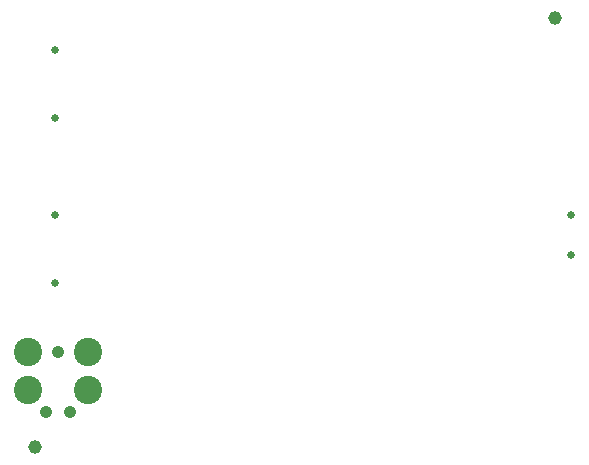
<source format=gbr>
%TF.GenerationSoftware,Altium Limited,Altium Designer,24.2.2 (26)*%
G04 Layer_Color=0*
%FSLAX45Y45*%
%MOMM*%
%TF.SameCoordinates,9421A899-AC1A-4384-8821-8213F9677E77*%
%TF.FilePolarity,Positive*%
%TF.FileFunction,NonPlated,1,8,NPTH,Drill*%
%TF.Part,Single*%
G01*
G75*
%TA.AperFunction,ComponentDrill*%
%ADD113C,0.64000*%
%ADD114C,2.40000*%
%ADD115C,1.06700*%
%TA.AperFunction,OtherDrill,Pad Free-TH (59.775mm,65.525mm)*%
%ADD116C,1.15200*%
%TA.AperFunction,OtherDrill,Pad Free-TH (103.775mm,101.85mm)*%
%ADD117C,1.15200*%
%TA.AperFunction,ComponentDrill*%
%ADD118C,0.65000*%
D113*
X10514429Y8516600D02*
D03*
X10514400Y8176575D02*
D03*
D114*
X5918854Y7037825D02*
D03*
Y7355325D02*
D03*
X6426854D02*
D03*
Y7037825D02*
D03*
D115*
X6172854Y7355325D02*
D03*
X6274454Y6847325D02*
D03*
X6071254D02*
D03*
D116*
X5977500Y6552500D02*
D03*
D117*
X10377500Y10185000D02*
D03*
D118*
X6144237Y9918454D02*
D03*
Y9340455D02*
D03*
X6144200Y7937954D02*
D03*
Y8515954D02*
D03*
%TF.MD5,25d9659574ca9eacfc7fdcf1fb4935e8*%
M02*

</source>
